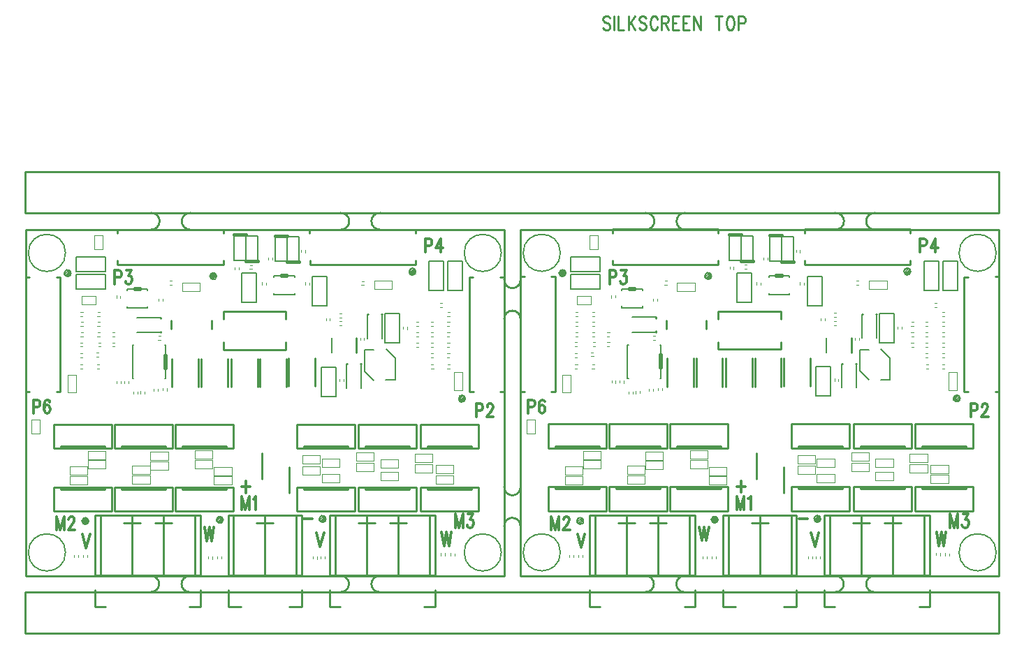
<source format=gbr>
*
%LPD*%
%LN2FOC-SST*%
%FSLAX24Y24*%
%MOIN*%
%SRX1Y1I0.0J0.0*%
%AD*%
%ADD11C,0.010000*%
%ADD12C,0.007870*%
%ADD13C,0.004000*%
%ADD14C,0.006000*%
%ADD15C,0.015000*%
%ADD16C,0.019690*%
%ADD17C,0.005910*%
%ADD18C,0.009130*%
%ADD20C,0.008000*%
%ADD56C,0.011810*%
G54D11*
G1X16792Y10112D2*
G1X20292Y10112D1*
G1X20292Y12986D1*
G1X16792Y12986D1*
G1X16792Y10112D1*
G1X17042Y12986D2*
G1X17042Y10112D1*
G1X18542Y12986D2*
G1X18542Y10112D1*
G1X20042Y12986D2*
G1X20042Y10112D1*
G1X18140Y12611D2*
G1X18940Y12611D1*
G1X16792Y9403D2*
G1X16792Y8616D1*
G1X17392Y8616D1*
G1X20292Y9403D2*
G1X20292Y8616D1*
G1X19692Y8616D1*
G1X10424Y10112D2*
G1X15462Y10112D1*
G1X15462Y12986D1*
G1X10424Y12986D1*
G1X10424Y10112D1*
G1X12192Y12986D2*
G1X12192Y10112D1*
G1X10692Y12986D2*
G1X10692Y10112D1*
G1X13692Y12986D2*
G1X13692Y10112D1*
G1X11790Y12611D2*
G1X12590Y12611D1*
G1X15192Y12986D2*
G1X15192Y10112D1*
G1X13290Y12611D2*
G1X14090Y12611D1*
G1X10424Y9403D2*
G1X10424Y8616D1*
G1X10936Y8616D1*
G1X15462Y9403D2*
G1X15462Y8616D1*
G1X14950Y8616D1*
G1X21624Y10112D2*
G1X26662Y10112D1*
G1X26662Y12986D1*
G1X21624Y12986D1*
G1X21624Y10112D1*
G1X23392Y12986D2*
G1X23392Y10112D1*
G1X21892Y12986D2*
G1X21892Y10112D1*
G1X24892Y12986D2*
G1X24892Y10112D1*
G1X22990Y12611D2*
G1X23790Y12611D1*
G1X26392Y12986D2*
G1X26392Y10112D1*
G1X24490Y12611D2*
G1X25290Y12611D1*
G1X21624Y9403D2*
G1X21624Y8616D1*
G1X22136Y8616D1*
G1X26662Y9403D2*
G1X26662Y8616D1*
G1X26150Y8616D1*
G1X16554Y22351D2*
G1X16554Y22705D1*
G1X19546Y22705D1*
G1X19546Y22351D1*
G1X19546Y21248D2*
G1X19546Y20894D1*
G1X16554Y20894D1*
G1X16554Y21248D1*
G1X18404Y15933D2*
G1X18404Y14713D1*
G1X19703Y14043D2*
G1X19703Y15264D1*
G1X11192Y13184D2*
G1X8462Y13184D1*
G1X8462Y14324D1*
G1X11222Y14324D1*
G1X11222Y13184D1*
G1X8792Y14224D2*
G1X10892Y14224D1*
G1X10892Y14324D1*
G1X8792Y14224D2*
G1X8792Y14324D1*
G1X20092Y17324D2*
G1X22822Y17324D1*
G1X22822Y16184D1*
G1X20062Y16184D1*
G1X20062Y17324D1*
G1X22492Y16284D2*
G1X20392Y16284D1*
G1X20392Y16184D1*
G1X22492Y16284D2*
G1X22492Y16184D1*
G1X23042Y17324D2*
G1X25772Y17324D1*
G1X25772Y16184D1*
G1X23012Y16184D1*
G1X23012Y17324D1*
G1X25442Y16284D2*
G1X23342Y16284D1*
G1X23342Y16184D1*
G1X25442Y16284D2*
G1X25442Y16184D1*
G1X25992Y17324D2*
G1X28722Y17324D1*
G1X28722Y16184D1*
G1X25962Y16184D1*
G1X25962Y17324D1*
G1X28392Y16284D2*
G1X26292Y16284D1*
G1X26292Y16184D1*
G1X28392Y16284D2*
G1X28392Y16184D1*
G1X14092Y13184D2*
G1X11362Y13184D1*
G1X11362Y14324D1*
G1X14122Y14324D1*
G1X14122Y13184D1*
G1X11692Y14224D2*
G1X13792Y14224D1*
G1X13792Y14324D1*
G1X11692Y14224D2*
G1X11692Y14324D1*
G1X16992Y13184D2*
G1X14262Y13184D1*
G1X14262Y14324D1*
G1X17022Y14324D1*
G1X17022Y13184D1*
G1X14592Y14224D2*
G1X16692Y14224D1*
G1X16692Y14324D1*
G1X14592Y14224D2*
G1X14592Y14324D1*
G1X8492Y17324D2*
G1X11222Y17324D1*
G1X11222Y16184D1*
G1X8462Y16184D1*
G1X8462Y17324D1*
G1X10892Y16284D2*
G1X8792Y16284D1*
G1X8792Y16184D1*
G1X10892Y16284D2*
G1X10892Y16184D1*
G1X11392Y17324D2*
G1X14122Y17324D1*
G1X14122Y16184D1*
G1X11362Y16184D1*
G1X11362Y17324D1*
G1X13792Y16284D2*
G1X11692Y16284D1*
G1X11692Y16184D1*
G1X13792Y16284D2*
G1X13792Y16184D1*
G1X14292Y17324D2*
G1X17022Y17324D1*
G1X17022Y16184D1*
G1X14262Y16184D1*
G1X14262Y17324D1*
G1X16692Y16284D2*
G1X14592Y16284D1*
G1X14592Y16184D1*
G1X16692Y16284D2*
G1X16692Y16184D1*
G1X22792Y13184D2*
G1X20062Y13184D1*
G1X20062Y14324D1*
G1X22822Y14324D1*
G1X22822Y13184D1*
G1X20392Y14224D2*
G1X22492Y14224D1*
G1X22492Y14324D1*
G1X20392Y14224D2*
G1X20392Y14324D1*
G1X25742Y13184D2*
G1X23012Y13184D1*
G1X23012Y14324D1*
G1X25772Y14324D1*
G1X25772Y13184D1*
G1X23342Y14224D2*
G1X25442Y14224D1*
G1X25442Y14324D1*
G1X23342Y14224D2*
G1X23342Y14324D1*
G1X28692Y13184D2*
G1X25962Y13184D1*
G1X25962Y14324D1*
G1X28722Y14324D1*
G1X28722Y13184D1*
G1X26292Y14224D2*
G1X28392Y14224D1*
G1X28392Y14324D1*
G1X26292Y14224D2*
G1X26292Y14324D1*
G1X16003Y22272D2*
G1X16003Y21878D1*
G1X14074Y22272D2*
G1X14074Y21878D1*
G1X22440Y20205D2*
G1X22479Y20205D1*
G1X23109Y20205D2*
G1X23148Y20205D1*
G1X23424Y22567D2*
G1X23463Y22567D1*
G1X24093Y22567D2*
G1X24133Y22567D1*
G1X13581Y22429D2*
G1X13581Y22390D1*
G1X13581Y21760D2*
G1X13581Y21721D1*
G1X22912Y20736D2*
G1X22912Y21445D1*
G1X28491Y18866D2*
G1X28302Y18866D1*
G1X28302Y24347D1*
G1X28483Y24347D1*
G1X29774Y24358D2*
G1X29955Y24358D1*
G1X29955Y18866D1*
G1X29778Y18866D1*
G1X8593Y24358D2*
G1X8782Y24358D1*
G1X8782Y18878D1*
G1X8601Y18878D1*
G1X7310Y18866D2*
G1X7129Y18866D1*
G1X7129Y24358D1*
G1X7306Y24358D1*
G1X16554Y25154D2*
G1X16554Y24957D1*
G1X11514Y24957D1*
G1X11514Y25146D1*
G1X11507Y26437D2*
G1X11507Y26626D1*
G1X16558Y26626D1*
G1X16558Y26449D1*
G1X25727Y25154D2*
G1X25727Y24957D1*
G1X20688Y24957D1*
G1X20688Y25146D1*
G1X20680Y26437D2*
G1X20680Y26626D1*
G1X25731Y26626D1*
G1X25731Y26449D1*
G1X7125Y10087D2*
G1X29959Y10087D1*
G1X29959Y26622D1*
G1X7125Y26622D1*
G1X7125Y10087D1*
G1X13104Y26617D2*
G75*
G3X13105Y27417I17J400D1*
G74*
G1X14995Y27417D2*
G75*
G3X14994Y26617I-17J-400D1*
G74*
G1X22154Y26617D2*
G75*
G3X22155Y27417I17J400D1*
G74*
G1X24045Y27417D2*
G75*
G3X24044Y26617I-17J-400D1*
G74*
G1X13094Y9311D2*
G75*
G3X13095Y10087I16J388D1*
G74*
G1X14975Y10086D2*
G75*
G3X14974Y9307I-16J-390D1*
G74*
G1X22154Y9311D2*
G75*
G3X22155Y10087I16J388D1*
G74*
G1X24035Y10086D2*
G75*
G3X24034Y9307I-16J-390D1*
G74*
G1X30741Y12456D2*
G75*
G3X29965Y12457I-388J16D1*
G74*
G1X29966Y14337D2*
G75*
G3X30745Y14337I390J-16D1*
G74*
G1X7118Y29383D2*
G1X53575Y29383D1*
G1X53575Y27415D1*
G1X7118Y27415D1*
G1X7118Y29383D1*
G1X30740Y10092D2*
G1X53575Y10092D1*
G1X53575Y26627D1*
G1X30740Y26627D1*
G1X30740Y10092D1*
G1X7118Y9304D2*
G1X53575Y9304D1*
G1X53575Y7336D1*
G1X7118Y7336D1*
G1X7118Y9304D1*
G1X30741Y22346D2*
G75*
G3X29965Y22347I-388J16D1*
G74*
G1X29966Y24227D2*
G75*
G3X30745Y24227I390J-16D1*
G74*
G1X38605Y27417D2*
G75*
G3X38604Y26617I-17J-400D1*
G74*
G1X36714Y26617D2*
G75*
G3X36715Y27417I17J400D1*
G74*
G1X45764Y26617D2*
G75*
G3X45765Y27417I17J400D1*
G74*
G1X47655Y27417D2*
G75*
G3X47654Y26617I-17J-400D1*
G74*
G1X47645Y10086D2*
G75*
G3X47644Y9307I-16J-390D1*
G74*
G1X45764Y9311D2*
G75*
G3X45765Y10087I16J388D1*
G74*
G1X38585Y10086D2*
G75*
G3X38584Y9307I-16J-390D1*
G74*
G1X36704Y9311D2*
G75*
G3X36705Y10087I16J388D1*
G74*
G1X9028Y11204D2*
G75*
G54D12*
G3X9028Y11204I-886J0D1*
G74*
G1X29828Y11204D2*
G75*
G3X29828Y11204I-886J0D1*
G74*
G1X9028Y25504D2*
G75*
G3X9028Y25504I-886J0D1*
G74*
G1X29828Y25504D2*
G75*
G3X29828Y25504I-886J0D1*
G74*
G1X10478Y23036D2*
G54D13*
G1X10478Y23436D1*
G1X9808Y23436D1*
G1X9808Y23036D1*
G1X10478Y23036D1*
G1X7417Y16871D2*
G1X7817Y16871D1*
G1X7817Y17541D1*
G1X7417Y17541D1*
G1X7417Y16871D1*
G1X10664Y22488D2*
G1X10552Y22488D1*
G1X10662Y22685D2*
G1X10562Y22685D1*
G1X10664Y21524D2*
G1X10552Y21524D1*
G1X10662Y21721D2*
G1X10562Y21721D1*
G1X10704Y21032D2*
G1X10592Y21032D1*
G1X10701Y21229D2*
G1X10601Y21229D1*
G1X10645Y19988D2*
G1X10533Y19988D1*
G1X10642Y20185D2*
G1X10542Y20185D1*
G1X9857Y22016D2*
G1X9745Y22016D1*
G1X9855Y22213D2*
G1X9755Y22213D1*
G1X9529Y19680D2*
G1X9129Y19680D1*
G1X9129Y18840D1*
G1X9529Y18840D1*
G1X9529Y19680D1*
G1X9857Y21524D2*
G1X9745Y21524D1*
G1X9855Y21721D2*
G1X9755Y21721D1*
G1X9838Y21032D2*
G1X9725Y21032D1*
G1X9835Y21229D2*
G1X9735Y21229D1*
G1X9838Y20520D2*
G1X9725Y20520D1*
G1X9835Y20717D2*
G1X9735Y20717D1*
G1X10605Y20559D2*
G1X10493Y20559D1*
G1X10603Y20756D2*
G1X10503Y20756D1*
G1X10664Y22016D2*
G1X10552Y22016D1*
G1X10662Y22213D2*
G1X10562Y22213D1*
G1X9746Y22685D2*
G1X9859Y22685D1*
G1X9749Y22488D2*
G1X9849Y22488D1*
G1X9727Y20166D2*
G1X9839Y20166D1*
G1X9729Y19969D2*
G1X9829Y19969D1*
G1X27357Y19988D2*
G1X27245Y19988D1*
G1X27355Y20185D2*
G1X27255Y20185D1*
G1X26459Y20717D2*
G1X26571Y20717D1*
G1X26461Y20520D2*
G1X26562Y20520D1*
G1X26459Y22213D2*
G1X26571Y22213D1*
G1X26461Y22016D2*
G1X26562Y22016D1*
G1X27357Y22488D2*
G1X27245Y22488D1*
G1X27355Y22685D2*
G1X27255Y22685D1*
G1X11262Y21721D2*
G1X11374Y21721D1*
G1X11264Y21524D2*
G1X11365Y21524D1*
G1X27955Y19798D2*
G1X27555Y19798D1*
G1X27555Y18958D1*
G1X27955Y18958D1*
G1X27955Y19798D1*
G1X27246Y22213D2*
G1X27359Y22213D1*
G1X27249Y22016D2*
G1X27349Y22016D1*
G1X27246Y21721D2*
G1X27359Y21721D1*
G1X27249Y21524D2*
G1X27349Y21524D1*
G1X27246Y21209D2*
G1X27359Y21209D1*
G1X27249Y21012D2*
G1X27349Y21012D1*
G1X27246Y20717D2*
G1X27359Y20717D1*
G1X27249Y20520D2*
G1X27349Y20520D1*
G1X26590Y19988D2*
G1X26477Y19988D1*
G1X26587Y20185D2*
G1X26487Y20185D1*
G1X26570Y21012D2*
G1X26458Y21012D1*
G1X26568Y21209D2*
G1X26467Y21209D1*
G1X26570Y21524D2*
G1X26458Y21524D1*
G1X26568Y21721D2*
G1X26467Y21721D1*
G1X25881Y22016D2*
G1X25769Y22016D1*
G1X25879Y22213D2*
G1X25778Y22213D1*
G1X11262Y21229D2*
G1X11374Y21229D1*
G1X11264Y21032D2*
G1X11365Y21032D1*
G1X25770Y21721D2*
G1X25882Y21721D1*
G1X25772Y21524D2*
G1X25873Y21524D1*
G1X25770Y21209D2*
G1X25882Y21209D1*
G1X25772Y21012D2*
G1X25873Y21012D1*
G1X27003Y22921D2*
G1X26891Y22921D1*
G1X27001Y23118D2*
G1X26900Y23118D1*
G1X18404Y23988D2*
G1X18404Y24100D1*
G1X18601Y23990D2*
G1X18601Y24091D1*
G1X18916Y25280D2*
G1X18916Y25168D1*
G1X18719Y25278D2*
G1X18719Y25177D1*
G1X20471Y25634D2*
G1X20471Y25522D1*
G1X20274Y25632D2*
G1X20274Y25532D1*
G1X17302Y24827D2*
G1X17302Y24715D1*
G1X17105Y24825D2*
G1X17105Y24725D1*
G1X17928Y24732D2*
G1X17816Y24732D1*
G1X17926Y24929D2*
G1X17825Y24929D1*
G1X14109Y23984D2*
G1X13997Y23984D1*
G1X14107Y24181D2*
G1X14007Y24181D1*
G1X23263Y23965D2*
G1X23151Y23965D1*
G1X23261Y24162D2*
G1X23160Y24162D1*
G1X16022Y11008D2*
G1X16022Y10896D1*
G1X15825Y11006D2*
G1X15825Y10906D1*
G1X9881Y10976D2*
G1X9881Y11088D1*
G1X10077Y10979D2*
G1X10077Y11079D1*
G1X16259Y10897D2*
G1X16259Y11010D1*
G1X16455Y10900D2*
G1X16455Y11000D1*
G1X25333Y21973D2*
G1X25333Y21861D1*
G1X25136Y21971D2*
G1X25136Y21870D1*
G1X10084Y14454D2*
G1X10084Y14854D1*
G1X9244Y14854D1*
G1X9244Y14454D1*
G1X10084Y14454D1*
G1X13056Y14473D2*
G1X13056Y14873D1*
G1X12216Y14873D1*
G1X12216Y14473D1*
G1X13056Y14473D1*
G1X16954Y14887D2*
G1X16954Y15287D1*
G1X16114Y15287D1*
G1X16114Y14887D1*
G1X16954Y14887D1*
G1X10110Y15602D2*
G1X10110Y15202D1*
G1X10950Y15202D1*
G1X10950Y15602D1*
G1X10110Y15602D1*
G1X13083Y16015D2*
G1X13083Y15615D1*
G1X13923Y15615D1*
G1X13923Y16015D1*
G1X13083Y16015D1*
G1X15209Y16074D2*
G1X15209Y15674D1*
G1X16049Y15674D1*
G1X16049Y16074D1*
G1X15209Y16074D1*
G1X15209Y15621D2*
G1X15209Y15221D1*
G1X16049Y15221D1*
G1X16049Y15621D1*
G1X15209Y15621D1*
G1X10084Y14906D2*
G1X10084Y15306D1*
G1X9244Y15306D1*
G1X9244Y14906D1*
G1X10084Y14906D1*
G1X13056Y14946D2*
G1X13056Y15346D1*
G1X12216Y15346D1*
G1X12216Y14946D1*
G1X13056Y14946D1*
G1X16954Y14434D2*
G1X16954Y14834D1*
G1X16114Y14834D1*
G1X16114Y14434D1*
G1X16954Y14434D1*
G1X10110Y16054D2*
G1X10110Y15654D1*
G1X10950Y15654D1*
G1X10950Y16054D1*
G1X10110Y16054D1*
G1X13083Y15562D2*
G1X13083Y15162D1*
G1X13923Y15162D1*
G1X13923Y15562D1*
G1X13083Y15562D1*
G1X22105Y19382D2*
G1X22105Y19494D1*
G1X22302Y19384D2*
G1X22302Y19484D1*
G1X22112Y14532D2*
G1X22112Y14932D1*
G1X21272Y14932D1*
G1X21272Y14532D1*
G1X22112Y14532D1*
G1X24907Y14631D2*
G1X24907Y15031D1*
G1X24067Y15031D1*
G1X24067Y14631D1*
G1X24907Y14631D1*
G1X27545Y14493D2*
G1X27545Y14893D1*
G1X26705Y14893D1*
G1X26705Y14493D1*
G1X27545Y14493D1*
G1X20346Y15838D2*
G1X20346Y15438D1*
G1X21186Y15438D1*
G1X21186Y15838D1*
G1X20346Y15838D1*
G1X22905Y15976D2*
G1X22905Y15576D1*
G1X23745Y15576D1*
G1X23745Y15976D1*
G1X22905Y15976D1*
G1X25701Y15917D2*
G1X25701Y15517D1*
G1X26541Y15517D1*
G1X26541Y15917D1*
G1X25701Y15917D1*
G1X20346Y15326D2*
G1X20346Y14926D1*
G1X21186Y14926D1*
G1X21186Y15326D1*
G1X20346Y15326D1*
G1X22112Y15280D2*
G1X22112Y15680D1*
G1X21272Y15680D1*
G1X21272Y15280D1*
G1X22112Y15280D1*
G1X24907Y15261D2*
G1X24907Y15661D1*
G1X24067Y15661D1*
G1X24067Y15261D1*
G1X24907Y15261D1*
G1X22905Y15464D2*
G1X22905Y15064D1*
G1X23745Y15064D1*
G1X23745Y15464D1*
G1X22905Y15464D1*
G1X27545Y14966D2*
G1X27545Y15366D1*
G1X26705Y15366D1*
G1X26705Y14966D1*
G1X27545Y14966D1*
G1X25701Y15405D2*
G1X25701Y15005D1*
G1X26541Y15005D1*
G1X26541Y15405D1*
G1X25701Y15405D1*
G1X27144Y11166D2*
G1X27144Y11054D1*
G1X26948Y11164D2*
G1X26948Y11063D1*
G1X21042Y11008D2*
G1X21042Y10896D1*
G1X20845Y11006D2*
G1X20845Y10906D1*
G1X27400Y11055D2*
G1X27400Y11167D1*
G1X27597Y11057D2*
G1X27597Y11158D1*
G1X21219Y10897D2*
G1X21219Y11010D1*
G1X21416Y10900D2*
G1X21416Y11000D1*
G1X20471Y23988D2*
G1X20471Y24100D1*
G1X20668Y23990D2*
G1X20668Y24091D1*
G1X13660Y23312D2*
G1X13660Y23199D1*
G1X13463Y23309D2*
G1X13463Y23209D1*
G1X11455Y23358D2*
G1X11455Y23470D1*
G1X11652Y23360D2*
G1X11652Y23461D1*
G1X12617Y18791D2*
G1X12617Y18903D1*
G1X12814Y18793D2*
G1X12814Y18894D1*
G1X13558Y21347D2*
G1X13446Y21347D1*
G1X13556Y21543D2*
G1X13455Y21543D1*
G1X13444Y19020D2*
G1X13444Y18908D1*
G1X13247Y19018D2*
G1X13247Y18917D1*
G1X12282Y18771D2*
G1X12282Y18884D1*
G1X12479Y18774D2*
G1X12479Y18874D1*
G1X11672Y19394D2*
G1X11672Y19282D1*
G1X11475Y19392D2*
G1X11475Y19291D1*
G1X12046Y19394D2*
G1X12046Y19282D1*
G1X11849Y19392D2*
G1X11849Y19291D1*
G1X13877Y19040D2*
G1X13877Y18928D1*
G1X13680Y19038D2*
G1X13680Y18937D1*
G1X23089Y21330D2*
G1X23089Y21443D1*
G1X23286Y21333D2*
G1X23286Y21433D1*
G1X9644Y11087D2*
G1X9644Y10975D1*
G1X9448Y11085D2*
G1X9448Y10984D1*
G1X22089Y22626D2*
G1X22201Y22626D1*
G1X22091Y22429D2*
G1X22192Y22429D1*
G1X21455Y22275D2*
G1X21455Y22388D1*
G1X21652Y22278D2*
G1X21652Y22378D1*
G1X22089Y22232D2*
G1X22201Y22232D1*
G1X22091Y22036D2*
G1X22192Y22036D1*
G1X24612Y23784D2*
G1X24612Y24184D1*
G1X23772Y24184D1*
G1X23772Y23784D1*
G1X24612Y23784D1*
G1X15438Y23666D2*
G1X15438Y24066D1*
G1X14598Y24066D1*
G1X14598Y23666D1*
G1X15438Y23666D1*
G1X10809Y26334D2*
G1X10409Y26334D1*
G1X10409Y25664D1*
G1X10809Y25664D1*
G1X10809Y26334D1*
G1X9535Y24472D2*
G54D14*
G1X9535Y23772D1*
G1X10935Y23772D1*
G1X10935Y24472D1*
G1X9535Y24472D1*
G1X27081Y25117D2*
G1X26381Y25117D1*
G1X26381Y23717D1*
G1X27081Y23717D1*
G1X27081Y25117D1*
G1X27986Y25117D2*
G1X27286Y25117D1*
G1X27286Y23717D1*
G1X27986Y23717D1*
G1X27986Y25117D1*
G1X9535Y25319D2*
G1X9535Y24619D1*
G1X10935Y24619D1*
G1X10935Y25319D1*
G1X9535Y25319D1*
G1X20161Y26277D2*
G1X19601Y26277D1*
G1X19601Y25117D1*
G1X20161Y25117D1*
G1X20161Y26277D1*
G1X19030Y25117D2*
G1X19590Y25117D1*
G1X19590Y26277D1*
G1X19030Y26277D1*
G1X19030Y25117D1*
G1X18212Y26316D2*
G1X17652Y26316D1*
G1X17652Y25156D1*
G1X18212Y25156D1*
G1X18212Y26316D1*
G1X17081Y25156D2*
G1X17641Y25156D1*
G1X17641Y26316D1*
G1X17081Y26316D1*
G1X17081Y25156D1*
G1X17444Y23147D2*
G1X18144Y23147D1*
G1X18144Y24547D1*
G1X17444Y24547D1*
G1X17444Y23147D1*
G1X20810Y22989D2*
G1X21510Y22989D1*
G1X21510Y24389D1*
G1X20810Y24389D1*
G1X20810Y22989D1*
G1X22440Y19063D2*
G1X22440Y20205D1*
G1X22479Y20205D1*
G1X23109Y20205D2*
G1X23148Y20205D1*
G1X23148Y19063D1*
G1X23424Y21425D2*
G1X23424Y22567D1*
G1X23463Y22567D1*
G1X24093Y22567D2*
G1X24133Y22567D1*
G1X24133Y21425D1*
G1X12440Y22429D2*
G1X13581Y22429D1*
G1X13581Y22390D1*
G1X13581Y21760D2*
G1X13581Y21721D1*
G1X12440Y21721D1*
G1X21224Y18658D2*
G1X21924Y18658D1*
G1X21924Y20058D1*
G1X21224Y20058D1*
G1X21224Y18658D1*
G1X24955Y22617D2*
G1X24255Y22617D1*
G1X24255Y21217D1*
G1X24955Y21217D1*
G1X24955Y22617D1*
G1X23743Y20882D2*
G1X23306Y20882D1*
G1X23306Y19858D1*
G1X23739Y19425D1*
G1X24318Y19441D2*
G1X24755Y19441D1*
G1X24755Y20465D1*
G1X24322Y20898D1*
G1X21731Y20736D2*
G1X21731Y21445D1*
G1X20161Y25067D2*
G54D15*
G1X19601Y25067D1*
G1X19030Y26327D2*
G1X19590Y26327D1*
G1X18212Y25106D2*
G1X17652Y25106D1*
G1X17081Y26366D2*
G1X17641Y26366D1*
G1X19605Y24417D2*
G54D16*
G1X19329Y24417D1*
G1X12597Y23788D2*
G1X12322Y23788D1*
G1X13812Y19996D2*
G1X13812Y20626D1*
G1X19959Y24339D2*
G54D17*
G1X19959Y24417D1*
G1X18975Y24417D1*
G1X18975Y24339D1*
G1X19959Y23591D2*
G1X19959Y23512D1*
G1X18975Y23512D1*
G1X18975Y23591D1*
G1X12951Y23709D2*
G1X12951Y23788D1*
G1X11967Y23788D1*
G1X11967Y23709D1*
G1X12951Y22961D2*
G1X12951Y22882D1*
G1X11967Y22882D1*
G1X11967Y22961D1*
G1X13772Y19524D2*
G1X13812Y19524D1*
G1X13812Y21099D1*
G1X13772Y21099D1*
G1X12276Y19524D2*
G1X12237Y19524D1*
G1X12237Y21099D1*
G1X12276Y21099D1*
G1X15373Y20461D2*
G54D18*
G1X15373Y19122D1*
G1X14113Y20461D2*
G1X14113Y19122D1*
G1X18306Y19122D2*
G1X18306Y20461D1*
G1X19566Y19122D2*
G1X19566Y20461D1*
G1X16928Y19122D2*
G1X16928Y20461D1*
G1X18188Y19122D2*
G1X18188Y20461D1*
G1X19684Y19142D2*
G1X19684Y20480D1*
G1X20944Y19142D2*
G1X20944Y20480D1*
G1X15511Y19122D2*
G1X15511Y20461D1*
G1X16770Y19122D2*
G1X16770Y20461D1*
G1X10142Y12705D2*
G75*
G54D20*
G3X10142Y12705I-163J0D1*
G74*
G1X16559Y12764D2*
G75*
G3X16559Y12764I-163J0D1*
G74*
G1X21461Y12803D2*
G75*
G3X21461Y12803I-163J0D1*
G74*
G1X28114Y18551D2*
G75*
G3X28114Y18551I-163J0D1*
G74*
G1X9295Y24536D2*
G75*
G3X9295Y24536I-163J0D1*
G74*
G1X16244Y24398D2*
G75*
G3X16244Y24398I-163J0D1*
G74*
G1X25752Y24614D2*
G75*
G3X25752Y24614I-163J0D1*
G74*
G1X10142Y12705D2*
G75*
G3X10142Y12705I-163J0D1*
G74*
G1X16559Y12764D2*
G75*
G3X16559Y12764I-163J0D1*
G74*
G1X21461Y12803D2*
G75*
G3X21461Y12803I-163J0D1*
G74*
G1X28114Y18551D2*
G75*
G3X28114Y18551I-163J0D1*
G74*
G1X9295Y24536D2*
G75*
G3X9295Y24536I-163J0D1*
G74*
G1X16244Y24398D2*
G75*
G3X16244Y24398I-163J0D1*
G74*
G1X25752Y24614D2*
G75*
G3X25752Y24614I-163J0D1*
G74*
G1X9942Y12546D2*
G1X10138Y12741D1*
G1X10064Y12566D2*
G1X10118Y12620D1*
G1X9874Y12580D2*
G1X10104Y12809D1*
G1X9831Y12638D2*
G1X10046Y12853D1*
G1X9818Y12727D2*
G1X9957Y12866D1*
G1X16360Y12605D2*
G1X16555Y12800D1*
G1X16482Y12625D2*
G1X16535Y12679D1*
G1X16292Y12639D2*
G1X16521Y12868D1*
G1X16248Y12697D2*
G1X16463Y12912D1*
G1X16235Y12786D2*
G1X16374Y12925D1*
G1X21261Y12645D2*
G1X21456Y12840D1*
G1X21383Y12665D2*
G1X21436Y12718D1*
G1X21193Y12679D2*
G1X21423Y12908D1*
G1X21150Y12737D2*
G1X21365Y12952D1*
G1X21137Y12826D2*
G1X21276Y12964D1*
G1X27915Y18393D2*
G1X28110Y18588D1*
G1X28037Y18413D2*
G1X28090Y18466D1*
G1X27847Y18427D2*
G1X28076Y18656D1*
G1X27803Y18485D2*
G1X28018Y18700D1*
G1X27790Y18574D2*
G1X27929Y18712D1*
G1X9096Y24377D2*
G1X9291Y24572D1*
G1X9218Y24397D2*
G1X9271Y24450D1*
G1X9028Y24411D2*
G1X9257Y24640D1*
G1X8984Y24469D2*
G1X9199Y24684D1*
G1X8971Y24558D2*
G1X9110Y24697D1*
G1X16045Y24239D2*
G1X16240Y24434D1*
G1X16167Y24259D2*
G1X16220Y24313D1*
G1X15977Y24273D2*
G1X16206Y24502D1*
G1X15933Y24331D2*
G1X16148Y24546D1*
G1X15920Y24420D2*
G1X16059Y24559D1*
G1X25553Y24456D2*
G1X25748Y24651D1*
G1X25674Y24476D2*
G1X25728Y24529D1*
G1X25485Y24490D2*
G1X25714Y24719D1*
G1X25441Y24548D2*
G1X25656Y24763D1*
G1X25428Y24637D2*
G1X25567Y24775D1*
G1X20412Y12824D2*
G54D56*
G1X20815Y12824D1*
G1X26987Y12170D2*
G1X27099Y11524D1*
G1X27211Y12170D1*
G1X27322Y11524D1*
G1X27434Y12170D1*
G1X21003Y12130D2*
G1X21182Y11484D1*
G1X21361Y12130D1*
G1X17641Y14617D2*
G1X17641Y14063D1*
G1X17440Y14340D2*
G1X17842Y14340D1*
G1X15668Y12406D2*
G1X15780Y11760D1*
G1X15892Y12406D1*
G1X16004Y11760D1*
G1X16115Y12406D1*
G1X9841Y12071D2*
G1X10020Y11425D1*
G1X10199Y12071D1*
G1X17440Y13882D2*
G1X17440Y13236D1*
G1X17440Y13882D2*
G1X17619Y13236D1*
G1X17798Y13882D1*
G1X17798Y13236D1*
G1X17999Y13759D2*
G1X18044Y13790D1*
G1X18111Y13882D1*
G1X18111Y13236D1*
G1X8601Y12918D2*
G1X8601Y12272D1*
G1X8601Y12918D2*
G1X8780Y12272D1*
G1X8959Y12918D1*
G1X8959Y12272D1*
G1X9183Y12764D2*
G1X9183Y12795D1*
G1X9205Y12856D1*
G1X9227Y12887D1*
G1X9272Y12918D1*
G1X9362Y12918D1*
G1X9406Y12887D1*
G1X9429Y12856D1*
G1X9451Y12795D1*
G1X9451Y12733D1*
G1X9429Y12672D1*
G1X9384Y12579D1*
G1X9160Y12272D1*
G1X9473Y12272D1*
G1X27636Y13036D2*
G1X27636Y12390D1*
G1X27636Y13036D2*
G1X27815Y12390D1*
G1X27994Y13036D1*
G1X27994Y12390D1*
G1X28240Y13036D2*
G1X28487Y13036D1*
G1X28352Y12790D1*
G1X28419Y12790D1*
G1X28464Y12759D1*
G1X28487Y12728D1*
G1X28509Y12636D1*
G1X28509Y12574D1*
G1X28487Y12482D1*
G1X28442Y12421D1*
G1X28375Y12390D1*
G1X28308Y12390D1*
G1X28240Y12421D1*
G1X28218Y12451D1*
G1X28196Y12513D1*
G1X7499Y18489D2*
G1X7499Y17843D1*
G1X7499Y18489D2*
G1X7700Y18489D1*
G1X7767Y18458D1*
G1X7790Y18427D1*
G1X7812Y18366D1*
G1X7812Y18273D1*
G1X7790Y18212D1*
G1X7767Y18181D1*
G1X7700Y18150D1*
G1X7499Y18150D1*
G1X8282Y18396D2*
G1X8259Y18458D1*
G1X8192Y18489D1*
G1X8147Y18489D1*
G1X8080Y18458D1*
G1X8036Y18366D1*
G1X8013Y18212D1*
G1X8013Y18058D1*
G1X8036Y17935D1*
G1X8080Y17873D1*
G1X8147Y17843D1*
G1X8170Y17843D1*
G1X8237Y17873D1*
G1X8282Y17935D1*
G1X8304Y18027D1*
G1X8304Y18058D1*
G1X8282Y18150D1*
G1X8237Y18212D1*
G1X8170Y18243D1*
G1X8147Y18243D1*
G1X8080Y18212D1*
G1X8036Y18150D1*
G1X8013Y18058D1*
G1X11377Y24670D2*
G1X11377Y24024D1*
G1X11377Y24670D2*
G1X11578Y24670D1*
G1X11645Y24639D1*
G1X11667Y24608D1*
G1X11690Y24547D1*
G1X11690Y24454D1*
G1X11667Y24393D1*
G1X11645Y24362D1*
G1X11578Y24331D1*
G1X11377Y24331D1*
G1X11936Y24670D2*
G1X12182Y24670D1*
G1X12048Y24424D1*
G1X12115Y24424D1*
G1X12160Y24393D1*
G1X12182Y24362D1*
G1X12204Y24270D1*
G1X12204Y24208D1*
G1X12182Y24116D1*
G1X12137Y24055D1*
G1X12070Y24024D1*
G1X12003Y24024D1*
G1X11936Y24055D1*
G1X11914Y24085D1*
G1X11891Y24147D1*
G1X26199Y26185D2*
G1X26199Y25540D1*
G1X26199Y26185D2*
G1X26401Y26185D1*
G1X26468Y26155D1*
G1X26490Y26124D1*
G1X26513Y26062D1*
G1X26513Y25970D1*
G1X26490Y25909D1*
G1X26468Y25878D1*
G1X26401Y25847D1*
G1X26199Y25847D1*
G1X26938Y26185D2*
G1X26714Y25755D1*
G1X27050Y25755D1*
G1X26938Y26185D2*
G1X26938Y25540D1*
G1X28621Y18311D2*
G1X28621Y17666D1*
G1X28621Y18311D2*
G1X28822Y18311D1*
G1X28889Y18281D1*
G1X28912Y18250D1*
G1X28934Y18188D1*
G1X28934Y18096D1*
G1X28912Y18035D1*
G1X28889Y18004D1*
G1X28822Y17973D1*
G1X28621Y17973D1*
G1X29158Y18158D2*
G1X29158Y18188D1*
G1X29180Y18250D1*
G1X29202Y18281D1*
G1X29247Y18311D1*
G1X29337Y18311D1*
G1X29381Y18281D1*
G1X29404Y18250D1*
G1X29426Y18188D1*
G1X29426Y18127D1*
G1X29404Y18065D1*
G1X29359Y17973D1*
G1X29135Y17666D1*
G1X29448Y17666D1*
G1X40408Y10117D2*
G54D11*
G1X43908Y10117D1*
G1X43908Y12991D1*
G1X40408Y12991D1*
G1X40408Y10117D1*
G1X40658Y12991D2*
G1X40658Y10117D1*
G1X42158Y12991D2*
G1X42158Y10117D1*
G1X43658Y12991D2*
G1X43658Y10117D1*
G1X41756Y12616D2*
G1X42556Y12616D1*
G1X40408Y9408D2*
G1X40408Y8621D1*
G1X41008Y8621D1*
G1X43908Y9408D2*
G1X43908Y8621D1*
G1X43308Y8621D1*
G1X34040Y10117D2*
G1X39077Y10117D1*
G1X39077Y12991D1*
G1X34040Y12991D1*
G1X34040Y10117D1*
G1X35808Y12991D2*
G1X35808Y10117D1*
G1X34308Y12991D2*
G1X34308Y10117D1*
G1X37308Y12991D2*
G1X37308Y10117D1*
G1X35406Y12616D2*
G1X36206Y12616D1*
G1X38808Y12991D2*
G1X38808Y10117D1*
G1X36906Y12616D2*
G1X37706Y12616D1*
G1X34040Y9408D2*
G1X34040Y8621D1*
G1X34552Y8621D1*
G1X39077Y9408D2*
G1X39077Y8621D1*
G1X38565Y8621D1*
G1X45240Y10117D2*
G1X50277Y10117D1*
G1X50277Y12991D1*
G1X45240Y12991D1*
G1X45240Y10117D1*
G1X47008Y12991D2*
G1X47008Y10117D1*
G1X45508Y12991D2*
G1X45508Y10117D1*
G1X48508Y12991D2*
G1X48508Y10117D1*
G1X46606Y12616D2*
G1X47406Y12616D1*
G1X50008Y12991D2*
G1X50008Y10117D1*
G1X48106Y12616D2*
G1X48906Y12616D1*
G1X45240Y9408D2*
G1X45240Y8621D1*
G1X45752Y8621D1*
G1X50277Y9408D2*
G1X50277Y8621D1*
G1X49765Y8621D1*
G1X40169Y22356D2*
G1X40169Y22710D1*
G1X43161Y22710D1*
G1X43161Y22356D1*
G1X43161Y21253D2*
G1X43161Y20899D1*
G1X40169Y20899D1*
G1X40169Y21253D1*
G1X42020Y15938D2*
G1X42020Y14718D1*
G1X43319Y14049D2*
G1X43319Y15269D1*
G1X34808Y13190D2*
G1X32078Y13190D1*
G1X32078Y14330D1*
G1X34838Y14330D1*
G1X34838Y13190D1*
G1X32408Y14230D2*
G1X34508Y14230D1*
G1X34508Y14330D1*
G1X32408Y14230D2*
G1X32408Y14330D1*
G1X43708Y17330D2*
G1X46438Y17330D1*
G1X46438Y16190D1*
G1X43678Y16190D1*
G1X43678Y17330D1*
G1X46108Y16290D2*
G1X44008Y16290D1*
G1X44008Y16190D1*
G1X46108Y16290D2*
G1X46108Y16190D1*
G1X46658Y17330D2*
G1X49388Y17330D1*
G1X49388Y16190D1*
G1X46628Y16190D1*
G1X46628Y17330D1*
G1X49058Y16290D2*
G1X46958Y16290D1*
G1X46958Y16190D1*
G1X49058Y16290D2*
G1X49058Y16190D1*
G1X49608Y17330D2*
G1X52338Y17330D1*
G1X52338Y16190D1*
G1X49578Y16190D1*
G1X49578Y17330D1*
G1X52008Y16290D2*
G1X49908Y16290D1*
G1X49908Y16190D1*
G1X52008Y16290D2*
G1X52008Y16190D1*
G1X37708Y13190D2*
G1X34978Y13190D1*
G1X34978Y14330D1*
G1X37738Y14330D1*
G1X37738Y13190D1*
G1X35308Y14230D2*
G1X37408Y14230D1*
G1X37408Y14330D1*
G1X35308Y14230D2*
G1X35308Y14330D1*
G1X40608Y13190D2*
G1X37878Y13190D1*
G1X37878Y14330D1*
G1X40638Y14330D1*
G1X40638Y13190D1*
G1X38208Y14230D2*
G1X40308Y14230D1*
G1X40308Y14330D1*
G1X38208Y14230D2*
G1X38208Y14330D1*
G1X32108Y17330D2*
G1X34838Y17330D1*
G1X34838Y16190D1*
G1X32078Y16190D1*
G1X32078Y17330D1*
G1X34508Y16290D2*
G1X32408Y16290D1*
G1X32408Y16190D1*
G1X34508Y16290D2*
G1X34508Y16190D1*
G1X35008Y17330D2*
G1X37738Y17330D1*
G1X37738Y16190D1*
G1X34978Y16190D1*
G1X34978Y17330D1*
G1X37408Y16290D2*
G1X35308Y16290D1*
G1X35308Y16190D1*
G1X37408Y16290D2*
G1X37408Y16190D1*
G1X37908Y17330D2*
G1X40638Y17330D1*
G1X40638Y16190D1*
G1X37878Y16190D1*
G1X37878Y17330D1*
G1X40308Y16290D2*
G1X38208Y16290D1*
G1X38208Y16190D1*
G1X40308Y16290D2*
G1X40308Y16190D1*
G1X46408Y13190D2*
G1X43678Y13190D1*
G1X43678Y14330D1*
G1X46438Y14330D1*
G1X46438Y13190D1*
G1X44008Y14230D2*
G1X46108Y14230D1*
G1X46108Y14330D1*
G1X44008Y14230D2*
G1X44008Y14330D1*
G1X49358Y13190D2*
G1X46628Y13190D1*
G1X46628Y14330D1*
G1X49388Y14330D1*
G1X49388Y13190D1*
G1X46958Y14230D2*
G1X49058Y14230D1*
G1X49058Y14330D1*
G1X46958Y14230D2*
G1X46958Y14330D1*
G1X52308Y13190D2*
G1X49578Y13190D1*
G1X49578Y14330D1*
G1X52338Y14330D1*
G1X52338Y13190D1*
G1X49908Y14230D2*
G1X52008Y14230D1*
G1X52008Y14330D1*
G1X49908Y14230D2*
G1X49908Y14330D1*
G1X39618Y22277D2*
G1X39618Y21883D1*
G1X37689Y22277D2*
G1X37689Y21883D1*
G1X46055Y20210D2*
G1X46095Y20210D1*
G1X46724Y20210D2*
G1X46764Y20210D1*
G1X47039Y22572D2*
G1X47079Y22572D1*
G1X47709Y22572D2*
G1X47748Y22572D1*
G1X37197Y22434D2*
G1X37197Y22395D1*
G1X37197Y21765D2*
G1X37197Y21726D1*
G1X46528Y20741D2*
G1X46528Y21450D1*
G1X52106Y18871D2*
G1X51917Y18871D1*
G1X51917Y24352D1*
G1X52098Y24352D1*
G1X53390Y24364D2*
G1X53571Y24364D1*
G1X53571Y18871D1*
G1X53394Y18871D1*
G1X32209Y24364D2*
G1X32398Y24364D1*
G1X32398Y18883D1*
G1X32217Y18883D1*
G1X30925Y18871D2*
G1X30744Y18871D1*
G1X30744Y24364D1*
G1X30921Y24364D1*
G1X40169Y25159D2*
G1X40169Y24962D1*
G1X35130Y24962D1*
G1X35130Y25151D1*
G1X35122Y26442D2*
G1X35122Y26631D1*
G1X40173Y26631D1*
G1X40173Y26454D1*
G1X49343Y25159D2*
G1X49343Y24962D1*
G1X44303Y24962D1*
G1X44303Y25151D1*
G1X44295Y26442D2*
G1X44295Y26631D1*
G1X49346Y26631D1*
G1X49346Y26454D1*
G1X30740Y10092D2*
G1X53575Y10092D1*
G1X53575Y26627D1*
G1X30740Y26627D1*
G1X30740Y10092D1*
G1X32643Y11210D2*
G75*
G54D12*
G3X32643Y11210I-886J0D1*
G74*
G1X53443Y11210D2*
G75*
G3X53443Y11210I-886J0D1*
G74*
G1X32643Y25510D2*
G75*
G3X32643Y25510I-886J0D1*
G74*
G1X53443Y25510D2*
G75*
G3X53443Y25510I-886J0D1*
G74*
G1X34093Y23041D2*
G54D13*
G1X34093Y23441D1*
G1X33424Y23441D1*
G1X33424Y23041D1*
G1X34093Y23041D1*
G1X31032Y16877D2*
G1X31432Y16877D1*
G1X31432Y17546D1*
G1X31032Y17546D1*
G1X31032Y16877D1*
G1X34280Y22493D2*
G1X34168Y22493D1*
G1X34278Y22690D2*
G1X34177Y22690D1*
G1X34280Y21529D2*
G1X34168Y21529D1*
G1X34278Y21726D2*
G1X34177Y21726D1*
G1X34319Y21037D2*
G1X34207Y21037D1*
G1X34317Y21234D2*
G1X34217Y21234D1*
G1X34260Y19993D2*
G1X34148Y19993D1*
G1X34258Y20190D2*
G1X34158Y20190D1*
G1X33473Y22021D2*
G1X33361Y22021D1*
G1X33471Y22218D2*
G1X33370Y22218D1*
G1X33145Y19685D2*
G1X32745Y19685D1*
G1X32745Y18845D1*
G1X33145Y18845D1*
G1X33145Y19685D1*
G1X33473Y21529D2*
G1X33361Y21529D1*
G1X33471Y21726D2*
G1X33370Y21726D1*
G1X33453Y21037D2*
G1X33341Y21037D1*
G1X33451Y21234D2*
G1X33350Y21234D1*
G1X33453Y20525D2*
G1X33341Y20525D1*
G1X33451Y20722D2*
G1X33350Y20722D1*
G1X34221Y20564D2*
G1X34109Y20564D1*
G1X34219Y20761D2*
G1X34118Y20761D1*
G1X34280Y22021D2*
G1X34168Y22021D1*
G1X34278Y22218D2*
G1X34177Y22218D1*
G1X33362Y22690D2*
G1X33474Y22690D1*
G1X33364Y22493D2*
G1X33465Y22493D1*
G1X33342Y20171D2*
G1X33454Y20171D1*
G1X33345Y19974D2*
G1X33445Y19974D1*
G1X50973Y19993D2*
G1X50861Y19993D1*
G1X50971Y20190D2*
G1X50870Y20190D1*
G1X50074Y20722D2*
G1X50187Y20722D1*
G1X50077Y20525D2*
G1X50177Y20525D1*
G1X50074Y22218D2*
G1X50187Y22218D1*
G1X50077Y22021D2*
G1X50177Y22021D1*
G1X50973Y22493D2*
G1X50861Y22493D1*
G1X50971Y22690D2*
G1X50870Y22690D1*
G1X34878Y21726D2*
G1X34990Y21726D1*
G1X34880Y21529D2*
G1X34980Y21529D1*
G1X51570Y19803D2*
G1X51170Y19803D1*
G1X51170Y18963D1*
G1X51570Y18963D1*
G1X51570Y19803D1*
G1X50862Y22218D2*
G1X50974Y22218D1*
G1X50864Y22021D2*
G1X50965Y22021D1*
G1X50862Y21726D2*
G1X50974Y21726D1*
G1X50864Y21529D2*
G1X50965Y21529D1*
G1X50862Y21214D2*
G1X50974Y21214D1*
G1X50864Y21017D2*
G1X50965Y21017D1*
G1X50862Y20722D2*
G1X50974Y20722D1*
G1X50864Y20525D2*
G1X50965Y20525D1*
G1X50205Y19993D2*
G1X50093Y19993D1*
G1X50203Y20190D2*
G1X50102Y20190D1*
G1X50185Y21017D2*
G1X50073Y21017D1*
G1X50183Y21214D2*
G1X50083Y21214D1*
G1X50185Y21529D2*
G1X50073Y21529D1*
G1X50183Y21726D2*
G1X50083Y21726D1*
G1X49496Y22021D2*
G1X49384Y22021D1*
G1X49494Y22218D2*
G1X49394Y22218D1*
G1X34878Y21234D2*
G1X34990Y21234D1*
G1X34880Y21037D2*
G1X34980Y21037D1*
G1X49385Y21726D2*
G1X49498Y21726D1*
G1X49388Y21529D2*
G1X49488Y21529D1*
G1X49385Y21214D2*
G1X49498Y21214D1*
G1X49388Y21017D2*
G1X49488Y21017D1*
G1X50619Y22927D2*
G1X50506Y22927D1*
G1X50616Y23123D2*
G1X50516Y23123D1*
G1X42020Y23993D2*
G1X42020Y24105D1*
G1X42217Y23995D2*
G1X42217Y24096D1*
G1X42532Y25285D2*
G1X42532Y25173D1*
G1X42335Y25283D2*
G1X42335Y25182D1*
G1X44087Y25640D2*
G1X44087Y25527D1*
G1X43890Y25637D2*
G1X43890Y25537D1*
G1X40917Y24832D2*
G1X40917Y24720D1*
G1X40721Y24830D2*
G1X40721Y24730D1*
G1X41544Y24738D2*
G1X41432Y24738D1*
G1X41541Y24934D2*
G1X41441Y24934D1*
G1X37725Y23990D2*
G1X37613Y23990D1*
G1X37722Y24186D2*
G1X37622Y24186D1*
G1X46878Y23970D2*
G1X46766Y23970D1*
G1X46876Y24167D2*
G1X46776Y24167D1*
G1X39638Y11014D2*
G1X39638Y10901D1*
G1X39441Y11011D2*
G1X39441Y10911D1*
G1X33496Y10981D2*
G1X33496Y11093D1*
G1X33693Y10984D2*
G1X33693Y11084D1*
G1X39874Y10903D2*
G1X39874Y11015D1*
G1X40071Y10905D2*
G1X40071Y11005D1*
G1X48949Y21978D2*
G1X48949Y21866D1*
G1X48752Y21976D2*
G1X48752Y21875D1*
G1X33700Y14459D2*
G1X33700Y14859D1*
G1X32860Y14859D1*
G1X32860Y14459D1*
G1X33700Y14459D1*
G1X36672Y14478D2*
G1X36672Y14878D1*
G1X35832Y14878D1*
G1X35832Y14478D1*
G1X36672Y14478D1*
G1X40570Y14892D2*
G1X40570Y15292D1*
G1X39730Y15292D1*
G1X39730Y14892D1*
G1X40570Y14892D1*
G1X33726Y15607D2*
G1X33726Y15207D1*
G1X34566Y15207D1*
G1X34566Y15607D1*
G1X33726Y15607D1*
G1X36698Y16020D2*
G1X36698Y15620D1*
G1X37538Y15620D1*
G1X37538Y16020D1*
G1X36698Y16020D1*
G1X38824Y16079D2*
G1X38824Y15679D1*
G1X39664Y15679D1*
G1X39664Y16079D1*
G1X38824Y16079D1*
G1X38824Y15627D2*
G1X38824Y15227D1*
G1X39664Y15227D1*
G1X39664Y15627D1*
G1X38824Y15627D1*
G1X33700Y14912D2*
G1X33700Y15312D1*
G1X32860Y15312D1*
G1X32860Y14912D1*
G1X33700Y14912D1*
G1X36672Y14951D2*
G1X36672Y15351D1*
G1X35832Y15351D1*
G1X35832Y14951D1*
G1X36672Y14951D1*
G1X40570Y14439D2*
G1X40570Y14839D1*
G1X39730Y14839D1*
G1X39730Y14439D1*
G1X40570Y14439D1*
G1X33726Y16060D2*
G1X33726Y15660D1*
G1X34566Y15660D1*
G1X34566Y16060D1*
G1X33726Y16060D1*
G1X36698Y15567D2*
G1X36698Y15167D1*
G1X37538Y15167D1*
G1X37538Y15567D1*
G1X36698Y15567D1*
G1X45721Y19387D2*
G1X45721Y19499D1*
G1X45917Y19389D2*
G1X45917Y19490D1*
G1X45727Y14538D2*
G1X45727Y14938D1*
G1X44887Y14938D1*
G1X44887Y14538D1*
G1X45727Y14538D1*
G1X48522Y14636D2*
G1X48522Y15036D1*
G1X47682Y15036D1*
G1X47682Y14636D1*
G1X48522Y14636D1*
G1X51160Y14498D2*
G1X51160Y14898D1*
G1X50320Y14898D1*
G1X50320Y14498D1*
G1X51160Y14498D1*
G1X43962Y15843D2*
G1X43962Y15443D1*
G1X44802Y15443D1*
G1X44802Y15843D1*
G1X43962Y15843D1*
G1X46521Y15981D2*
G1X46521Y15581D1*
G1X47361Y15581D1*
G1X47361Y15981D1*
G1X46521Y15981D1*
G1X49316Y15922D2*
G1X49316Y15522D1*
G1X50156Y15522D1*
G1X50156Y15922D1*
G1X49316Y15922D1*
G1X43962Y15331D2*
G1X43962Y14931D1*
G1X44802Y14931D1*
G1X44802Y15331D1*
G1X43962Y15331D1*
G1X45727Y15286D2*
G1X45727Y15686D1*
G1X44887Y15686D1*
G1X44887Y15286D1*
G1X45727Y15286D1*
G1X48522Y15266D2*
G1X48522Y15666D1*
G1X47682Y15666D1*
G1X47682Y15266D1*
G1X48522Y15266D1*
G1X46521Y15469D2*
G1X46521Y15069D1*
G1X47361Y15069D1*
G1X47361Y15469D1*
G1X46521Y15469D1*
G1X51160Y14971D2*
G1X51160Y15371D1*
G1X50320Y15371D1*
G1X50320Y14971D1*
G1X51160Y14971D1*
G1X49316Y15410D2*
G1X49316Y15010D1*
G1X50156Y15010D1*
G1X50156Y15410D1*
G1X49316Y15410D1*
G1X50760Y11171D2*
G1X50760Y11059D1*
G1X50563Y11169D2*
G1X50563Y11068D1*
G1X44658Y11014D2*
G1X44658Y10901D1*
G1X44461Y11011D2*
G1X44461Y10911D1*
G1X51016Y11060D2*
G1X51016Y11172D1*
G1X51213Y11062D2*
G1X51213Y11163D1*
G1X44835Y10903D2*
G1X44835Y11015D1*
G1X45032Y10905D2*
G1X45032Y11005D1*
G1X44087Y23993D2*
G1X44087Y24105D1*
G1X44283Y23995D2*
G1X44283Y24096D1*
G1X37276Y23317D2*
G1X37276Y23204D1*
G1X37079Y23314D2*
G1X37079Y23214D1*
G1X35071Y23363D2*
G1X35071Y23475D1*
G1X35268Y23365D2*
G1X35268Y23466D1*
G1X36232Y18796D2*
G1X36232Y18908D1*
G1X36429Y18799D2*
G1X36429Y18899D1*
G1X37174Y21352D2*
G1X37061Y21352D1*
G1X37171Y21549D2*
G1X37071Y21549D1*
G1X37059Y19025D2*
G1X37059Y18913D1*
G1X36862Y19023D2*
G1X36862Y18923D1*
G1X35898Y18777D2*
G1X35898Y18889D1*
G1X36095Y18779D2*
G1X36095Y18879D1*
G1X35287Y19399D2*
G1X35287Y19287D1*
G1X35091Y19397D2*
G1X35091Y19297D1*
G1X35661Y19399D2*
G1X35661Y19287D1*
G1X35465Y19397D2*
G1X35465Y19297D1*
G1X37492Y19045D2*
G1X37492Y18933D1*
G1X37295Y19043D2*
G1X37295Y18942D1*
G1X46705Y21336D2*
G1X46705Y21448D1*
G1X46902Y21338D2*
G1X46902Y21438D1*
G1X33260Y11092D2*
G1X33260Y10980D1*
G1X33063Y11090D2*
G1X33063Y10990D1*
G1X45704Y22631D2*
G1X45817Y22631D1*
G1X45707Y22434D2*
G1X45807Y22434D1*
G1X45071Y22280D2*
G1X45071Y22393D1*
G1X45268Y22283D2*
G1X45268Y22383D1*
G1X45704Y22238D2*
G1X45817Y22238D1*
G1X45707Y22041D2*
G1X45807Y22041D1*
G1X48227Y23790D2*
G1X48227Y24190D1*
G1X47387Y24190D1*
G1X47387Y23790D1*
G1X48227Y23790D1*
G1X39054Y23671D2*
G1X39054Y24071D1*
G1X38214Y24071D1*
G1X38214Y23671D1*
G1X39054Y23671D1*
G1X34424Y26339D2*
G1X34024Y26339D1*
G1X34024Y25669D1*
G1X34424Y25669D1*
G1X34424Y26339D1*
G1X33150Y24477D2*
G54D14*
G1X33150Y23777D1*
G1X34550Y23777D1*
G1X34550Y24477D1*
G1X33150Y24477D1*
G1X50696Y25123D2*
G1X49996Y25123D1*
G1X49996Y23723D1*
G1X50696Y23723D1*
G1X50696Y25123D1*
G1X51602Y25123D2*
G1X50902Y25123D1*
G1X50902Y23723D1*
G1X51602Y23723D1*
G1X51602Y25123D1*
G1X33150Y25324D2*
G1X33150Y24624D1*
G1X34550Y24624D1*
G1X34550Y25324D1*
G1X33150Y25324D1*
G1X43776Y26282D2*
G1X43216Y26282D1*
G1X43216Y25122D1*
G1X43776Y25122D1*
G1X43776Y26282D1*
G1X42645Y25122D2*
G1X43205Y25122D1*
G1X43205Y26282D1*
G1X42645Y26282D1*
G1X42645Y25122D1*
G1X41827Y26321D2*
G1X41267Y26321D1*
G1X41267Y25161D1*
G1X41827Y25161D1*
G1X41827Y26321D1*
G1X40696Y25161D2*
G1X41256Y25161D1*
G1X41256Y26321D1*
G1X40696Y26321D1*
G1X40696Y25161D1*
G1X41059Y23152D2*
G1X41759Y23152D1*
G1X41759Y24552D1*
G1X41059Y24552D1*
G1X41059Y23152D1*
G1X44426Y22994D2*
G1X45126Y22994D1*
G1X45126Y24394D1*
G1X44426Y24394D1*
G1X44426Y22994D1*
G1X46055Y19068D2*
G1X46055Y20210D1*
G1X46095Y20210D1*
G1X46724Y20210D2*
G1X46764Y20210D1*
G1X46764Y19068D1*
G1X47039Y21430D2*
G1X47039Y22572D1*
G1X47079Y22572D1*
G1X47709Y22572D2*
G1X47748Y22572D1*
G1X47748Y21430D1*
G1X36055Y22434D2*
G1X37197Y22434D1*
G1X37197Y22395D1*
G1X37197Y21765D2*
G1X37197Y21726D1*
G1X36055Y21726D1*
G1X44839Y18664D2*
G1X45539Y18664D1*
G1X45539Y20064D1*
G1X44839Y20064D1*
G1X44839Y18664D1*
G1X48571Y22623D2*
G1X47871Y22623D1*
G1X47871Y21223D1*
G1X48571Y21223D1*
G1X48571Y22623D1*
G1X47358Y20887D2*
G1X46921Y20887D1*
G1X46921Y19864D1*
G1X47354Y19430D1*
G1X47933Y19446D2*
G1X48370Y19446D1*
G1X48370Y20470D1*
G1X47937Y20903D1*
G1X45346Y20741D2*
G1X45346Y21450D1*
G1X43776Y25072D2*
G54D15*
G1X43216Y25072D1*
G1X42645Y26332D2*
G1X43205Y26332D1*
G1X41827Y25111D2*
G1X41267Y25111D1*
G1X40696Y26371D2*
G1X41256Y26371D1*
G1X43221Y24423D2*
G54D16*
G1X42945Y24423D1*
G1X36213Y23793D2*
G1X35937Y23793D1*
G1X37427Y20002D2*
G1X37427Y20631D1*
G1X43575Y24344D2*
G54D17*
G1X43575Y24423D1*
G1X42591Y24423D1*
G1X42591Y24344D1*
G1X43575Y23596D2*
G1X43575Y23517D1*
G1X42591Y23517D1*
G1X42591Y23596D1*
G1X36567Y23714D2*
G1X36567Y23793D1*
G1X35583Y23793D1*
G1X35583Y23714D1*
G1X36567Y22966D2*
G1X36567Y22887D1*
G1X35583Y22887D1*
G1X35583Y22966D1*
G1X37388Y19529D2*
G1X37427Y19529D1*
G1X37427Y21104D1*
G1X37388Y21104D1*
G1X35892Y19529D2*
G1X35853Y19529D1*
G1X35853Y21104D1*
G1X35892Y21104D1*
G1X38988Y20466D2*
G54D18*
G1X38988Y19127D1*
G1X37728Y20466D2*
G1X37728Y19127D1*
G1X41921Y19127D2*
G1X41921Y20466D1*
G1X43181Y19127D2*
G1X43181Y20466D1*
G1X40543Y19127D2*
G1X40543Y20466D1*
G1X41803Y19127D2*
G1X41803Y20466D1*
G1X43299Y19147D2*
G1X43299Y20486D1*
G1X44559Y19147D2*
G1X44559Y20486D1*
G1X39126Y19127D2*
G1X39126Y20466D1*
G1X40386Y19127D2*
G1X40386Y20466D1*
G1X33757Y12710D2*
G75*
G54D20*
G3X33757Y12710I-163J0D1*
G74*
G1X40175Y12769D2*
G75*
G3X40175Y12769I-163J0D1*
G74*
G1X45076Y12808D2*
G75*
G3X45076Y12808I-163J0D1*
G74*
G1X51730Y18556D2*
G75*
G3X51730Y18556I-163J0D1*
G74*
G1X32911Y24541D2*
G75*
G3X32911Y24541I-163J0D1*
G74*
G1X39860Y24403D2*
G75*
G3X39860Y24403I-163J0D1*
G74*
G1X49367Y24619D2*
G75*
G3X49367Y24619I-163J0D1*
G74*
G1X33757Y12710D2*
G75*
G3X33757Y12710I-163J0D1*
G74*
G1X40175Y12769D2*
G75*
G3X40175Y12769I-163J0D1*
G74*
G1X45076Y12808D2*
G75*
G3X45076Y12808I-163J0D1*
G74*
G1X51730Y18556D2*
G75*
G3X51730Y18556I-163J0D1*
G74*
G1X32911Y24541D2*
G75*
G3X32911Y24541I-163J0D1*
G74*
G1X39860Y24403D2*
G75*
G3X39860Y24403I-163J0D1*
G74*
G1X49367Y24619D2*
G75*
G3X49367Y24619I-163J0D1*
G74*
G1X33558Y12551D2*
G1X33753Y12747D1*
G1X33680Y12571D2*
G1X33733Y12625D1*
G1X33490Y12585D2*
G1X33719Y12815D1*
G1X33446Y12643D2*
G1X33661Y12858D1*
G1X33433Y12732D2*
G1X33572Y12871D1*
G1X39975Y12611D2*
G1X40170Y12806D1*
G1X40097Y12630D2*
G1X40150Y12684D1*
G1X39907Y12644D2*
G1X40136Y12874D1*
G1X39863Y12702D2*
G1X40079Y12917D1*
G1X39851Y12791D2*
G1X39989Y12930D1*
G1X44877Y12650D2*
G1X45072Y12845D1*
G1X44999Y12670D2*
G1X45052Y12723D1*
G1X44809Y12684D2*
G1X45038Y12913D1*
G1X44765Y12742D2*
G1X44980Y12957D1*
G1X44752Y12831D2*
G1X44891Y12970D1*
G1X51530Y18398D2*
G1X51725Y18593D1*
G1X51652Y18418D2*
G1X51706Y18471D1*
G1X51462Y18432D2*
G1X51692Y18661D1*
G1X51419Y18490D2*
G1X51634Y18705D1*
G1X51406Y18579D2*
G1X51545Y18718D1*
G1X32712Y24382D2*
G1X32907Y24577D1*
G1X32833Y24402D2*
G1X32887Y24455D1*
G1X32644Y24416D2*
G1X32873Y24645D1*
G1X32600Y24474D2*
G1X32815Y24689D1*
G1X32587Y24563D2*
G1X32726Y24702D1*
G1X39660Y24244D2*
G1X39855Y24439D1*
G1X39782Y24264D2*
G1X39835Y24318D1*
G1X39592Y24278D2*
G1X39822Y24507D1*
G1X39549Y24336D2*
G1X39764Y24551D1*
G1X39536Y24425D2*
G1X39674Y24564D1*
G1X49168Y24461D2*
G1X49363Y24656D1*
G1X49290Y24481D2*
G1X49343Y24534D1*
G1X49100Y24495D2*
G1X49329Y24724D1*
G1X49056Y24553D2*
G1X49271Y24768D1*
G1X49044Y24642D2*
G1X49182Y24781D1*
G1X44028Y12829D2*
G54D56*
G1X44430Y12829D1*
G1X50602Y12175D2*
G1X50714Y11529D1*
G1X50826Y12175D1*
G1X50938Y11529D1*
G1X51050Y12175D1*
G1X44618Y12135D2*
G1X44797Y11490D1*
G1X44976Y12135D1*
G1X41256Y14622D2*
G1X41256Y14068D1*
G1X41055Y14345D2*
G1X41458Y14345D1*
G1X39283Y12411D2*
G1X39395Y11765D1*
G1X39507Y12411D1*
G1X39619Y11765D1*
G1X39731Y12411D1*
G1X33457Y12076D2*
G1X33636Y11430D1*
G1X33815Y12076D1*
G1X41055Y13887D2*
G1X41055Y13241D1*
G1X41055Y13887D2*
G1X41234Y13241D1*
G1X41413Y13887D1*
G1X41413Y13241D1*
G1X41614Y13764D2*
G1X41659Y13795D1*
G1X41726Y13887D1*
G1X41726Y13241D1*
G1X32217Y12923D2*
G1X32217Y12277D1*
G1X32217Y12923D2*
G1X32396Y12277D1*
G1X32574Y12923D1*
G1X32574Y12277D1*
G1X32798Y12769D2*
G1X32798Y12800D1*
G1X32821Y12861D1*
G1X32843Y12892D1*
G1X32888Y12923D1*
G1X32977Y12923D1*
G1X33022Y12892D1*
G1X33044Y12861D1*
G1X33067Y12800D1*
G1X33067Y12738D1*
G1X33044Y12677D1*
G1X32999Y12584D1*
G1X32776Y12277D1*
G1X33089Y12277D1*
G1X51252Y13041D2*
G1X51252Y12395D1*
G1X51252Y13041D2*
G1X51431Y12395D1*
G1X51610Y13041D1*
G1X51610Y12395D1*
G1X51856Y13041D2*
G1X52102Y13041D1*
G1X51968Y12795D1*
G1X52035Y12795D1*
G1X52080Y12764D1*
G1X52102Y12733D1*
G1X52124Y12641D1*
G1X52124Y12580D1*
G1X52102Y12487D1*
G1X52057Y12426D1*
G1X51990Y12395D1*
G1X51923Y12395D1*
G1X51856Y12426D1*
G1X51834Y12457D1*
G1X51811Y12518D1*
G1X31114Y18494D2*
G1X31114Y17848D1*
G1X31114Y18494D2*
G1X31316Y18494D1*
G1X31383Y18463D1*
G1X31405Y18432D1*
G1X31427Y18371D1*
G1X31427Y18278D1*
G1X31405Y18217D1*
G1X31383Y18186D1*
G1X31316Y18155D1*
G1X31114Y18155D1*
G1X31897Y18401D2*
G1X31875Y18463D1*
G1X31808Y18494D1*
G1X31763Y18494D1*
G1X31696Y18463D1*
G1X31651Y18371D1*
G1X31629Y18217D1*
G1X31629Y18063D1*
G1X31651Y17940D1*
G1X31696Y17879D1*
G1X31763Y17848D1*
G1X31785Y17848D1*
G1X31852Y17879D1*
G1X31897Y17940D1*
G1X31919Y18032D1*
G1X31919Y18063D1*
G1X31897Y18155D1*
G1X31852Y18217D1*
G1X31785Y18248D1*
G1X31763Y18248D1*
G1X31696Y18217D1*
G1X31651Y18155D1*
G1X31629Y18063D1*
G1X34992Y24675D2*
G1X34992Y24029D1*
G1X34992Y24675D2*
G1X35193Y24675D1*
G1X35261Y24644D1*
G1X35283Y24613D1*
G1X35305Y24552D1*
G1X35305Y24459D1*
G1X35283Y24398D1*
G1X35261Y24367D1*
G1X35193Y24336D1*
G1X34992Y24336D1*
G1X35551Y24675D2*
G1X35797Y24675D1*
G1X35663Y24429D1*
G1X35730Y24429D1*
G1X35775Y24398D1*
G1X35797Y24367D1*
G1X35820Y24275D1*
G1X35820Y24213D1*
G1X35797Y24121D1*
G1X35753Y24060D1*
G1X35686Y24029D1*
G1X35618Y24029D1*
G1X35551Y24060D1*
G1X35529Y24090D1*
G1X35507Y24152D1*
G1X49815Y26191D2*
G1X49815Y25545D1*
G1X49815Y26191D2*
G1X50016Y26191D1*
G1X50083Y26160D1*
G1X50106Y26129D1*
G1X50128Y26068D1*
G1X50128Y25975D1*
G1X50106Y25914D1*
G1X50083Y25883D1*
G1X50016Y25852D1*
G1X49815Y25852D1*
G1X50553Y26191D2*
G1X50329Y25760D1*
G1X50665Y25760D1*
G1X50553Y26191D2*
G1X50553Y25545D1*
G1X52236Y18317D2*
G1X52236Y17671D1*
G1X52236Y18317D2*
G1X52438Y18317D1*
G1X52505Y18286D1*
G1X52527Y18255D1*
G1X52549Y18193D1*
G1X52549Y18101D1*
G1X52527Y18040D1*
G1X52505Y18009D1*
G1X52438Y17978D1*
G1X52236Y17978D1*
G1X52773Y18163D2*
G1X52773Y18193D1*
G1X52795Y18255D1*
G1X52818Y18286D1*
G1X52863Y18317D1*
G1X52952Y18317D1*
G1X52997Y18286D1*
G1X53019Y18255D1*
G1X53042Y18193D1*
G1X53042Y18132D1*
G1X53019Y18070D1*
G1X52974Y17978D1*
G1X52751Y17671D1*
G1X53064Y17671D1*
G1X35005Y36714D2*
G54D11*
G1X34959Y36777D1*
G1X34891Y36808D1*
G1X34800Y36808D1*
G1X34732Y36777D1*
G1X34687Y36714D1*
G1X34687Y36652D1*
G1X34709Y36589D1*
G1X34732Y36558D1*
G1X34778Y36527D1*
G1X34914Y36464D1*
G1X34959Y36433D1*
G1X34982Y36402D1*
G1X35005Y36339D1*
G1X35005Y36246D1*
G1X34959Y36183D1*
G1X34891Y36152D1*
G1X34800Y36152D1*
G1X34732Y36183D1*
G1X34687Y36246D1*
G1X35209Y36808D2*
G1X35209Y36152D1*
G1X35414Y36808D2*
G1X35414Y36152D1*
G1X35687Y36152D1*
G1X35891Y36808D2*
G1X35891Y36152D1*
G1X36209Y36808D2*
G1X35891Y36371D1*
G1X36005Y36527D2*
G1X36209Y36152D1*
G1X36732Y36714D2*
G1X36687Y36777D1*
G1X36619Y36808D1*
G1X36528Y36808D1*
G1X36459Y36777D1*
G1X36414Y36714D1*
G1X36414Y36652D1*
G1X36437Y36589D1*
G1X36459Y36558D1*
G1X36505Y36527D1*
G1X36641Y36464D1*
G1X36687Y36433D1*
G1X36709Y36402D1*
G1X36732Y36339D1*
G1X36732Y36246D1*
G1X36687Y36183D1*
G1X36619Y36152D1*
G1X36528Y36152D1*
G1X36459Y36183D1*
G1X36414Y36246D1*
G1X37278Y36652D2*
G1X37255Y36714D1*
G1X37209Y36777D1*
G1X37164Y36808D1*
G1X37073Y36808D1*
G1X37028Y36777D1*
G1X36982Y36714D1*
G1X36959Y36652D1*
G1X36937Y36558D1*
G1X36937Y36402D1*
G1X36959Y36308D1*
G1X36982Y36246D1*
G1X37028Y36183D1*
G1X37073Y36152D1*
G1X37164Y36152D1*
G1X37209Y36183D1*
G1X37255Y36246D1*
G1X37278Y36308D1*
G1X37482Y36808D2*
G1X37482Y36152D1*
G1X37482Y36808D2*
G1X37687Y36808D1*
G1X37755Y36777D1*
G1X37778Y36746D1*
G1X37800Y36683D1*
G1X37800Y36621D1*
G1X37778Y36558D1*
G1X37755Y36527D1*
G1X37687Y36496D1*
G1X37482Y36496D1*
G1X37641Y36496D2*
G1X37800Y36152D1*
G1X38005Y36808D2*
G1X38005Y36152D1*
G1X38005Y36808D2*
G1X38300Y36808D1*
G1X38005Y36496D2*
G1X38187Y36496D1*
G1X38005Y36152D2*
G1X38300Y36152D1*
G1X38505Y36808D2*
G1X38505Y36152D1*
G1X38505Y36808D2*
G1X38800Y36808D1*
G1X38505Y36496D2*
G1X38687Y36496D1*
G1X38505Y36152D2*
G1X38800Y36152D1*
G1X39005Y36808D2*
G1X39005Y36152D1*
G1X39005Y36808D2*
G1X39323Y36152D1*
G1X39323Y36808D1*
G1X40209Y36808D2*
G1X40209Y36152D1*
G1X40050Y36808D2*
G1X40369Y36808D1*
G1X40709Y36808D2*
G1X40664Y36777D1*
G1X40619Y36714D1*
G1X40596Y36652D1*
G1X40573Y36558D1*
G1X40573Y36402D1*
G1X40596Y36308D1*
G1X40619Y36246D1*
G1X40664Y36183D1*
G1X40709Y36152D1*
G1X40800Y36152D1*
G1X40846Y36183D1*
G1X40891Y36246D1*
G1X40914Y36308D1*
G1X40937Y36402D1*
G1X40937Y36558D1*
G1X40914Y36652D1*
G1X40891Y36714D1*
G1X40846Y36777D1*
G1X40800Y36808D1*
G1X40709Y36808D1*
G1X41141Y36808D2*
G1X41141Y36152D1*
G1X41141Y36808D2*
G1X41346Y36808D1*
G1X41414Y36777D1*
G1X41437Y36746D1*
G1X41459Y36683D1*
G1X41459Y36589D1*
G1X41437Y36527D1*
G1X41414Y36496D1*
G1X41346Y36464D1*
G1X41141Y36464D1*
M2*

</source>
